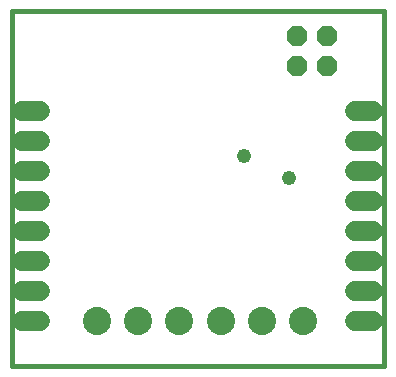
<source format=gts>
G75*
%MOIN*%
%OFA0B0*%
%FSLAX25Y25*%
%IPPOS*%
%LPD*%
%AMOC8*
5,1,8,0,0,1.08239X$1,22.5*
%
%ADD10C,0.01600*%
%ADD11C,0.06800*%
%ADD12OC8,0.06800*%
%ADD13C,0.09400*%
%ADD14C,0.04762*%
D10*
X0008250Y0002200D02*
X0008250Y0120310D01*
X0132266Y0120310D01*
X0132266Y0002200D01*
X0008250Y0002200D01*
D11*
X0011500Y0017200D02*
X0017500Y0017200D01*
X0017500Y0027200D02*
X0011500Y0027200D01*
X0011500Y0037200D02*
X0017500Y0037200D01*
X0017500Y0047200D02*
X0011500Y0047200D01*
X0011500Y0057200D02*
X0017500Y0057200D01*
X0017500Y0067200D02*
X0011500Y0067200D01*
X0011500Y0077200D02*
X0017500Y0077200D01*
X0017500Y0087200D02*
X0011500Y0087200D01*
X0122750Y0087200D02*
X0128750Y0087200D01*
X0128750Y0077200D02*
X0122750Y0077200D01*
X0122750Y0067200D02*
X0128750Y0067200D01*
X0128750Y0057200D02*
X0122750Y0057200D01*
X0122750Y0047200D02*
X0128750Y0047200D01*
X0128750Y0037200D02*
X0122750Y0037200D01*
X0122750Y0027200D02*
X0128750Y0027200D01*
X0128750Y0017200D02*
X0122750Y0017200D01*
D12*
X0113250Y0102200D03*
X0103250Y0102200D03*
X0103250Y0112200D03*
X0113250Y0112200D03*
D13*
X0105337Y0017200D03*
X0091557Y0017200D03*
X0077837Y0017200D03*
X0064057Y0017200D03*
X0050337Y0017200D03*
X0036557Y0017200D03*
D14*
X0085750Y0072200D03*
X0100750Y0064700D03*
M02*

</source>
